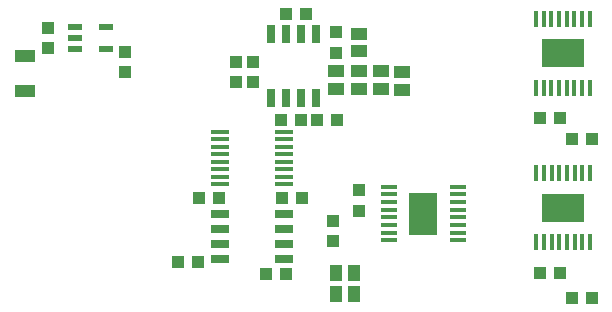
<source format=gbp>
G04*
G04 #@! TF.GenerationSoftware,Altium Limited,Altium Designer,18.1.9 (240)*
G04*
G04 Layer_Color=128*
%FSLAX44Y44*%
%MOMM*%
G71*
G01*
G75*
%ADD17R,1.0000X1.1000*%
%ADD23R,1.1000X1.4000*%
%ADD24R,1.1000X1.0000*%
%ADD80R,1.4000X1.1000*%
%ADD81R,0.6500X1.5250*%
%ADD82R,1.5250X0.6500*%
%ADD83R,1.5280X0.4350*%
%ADD84R,2.4600X3.5500*%
%ADD85R,1.4750X0.4500*%
%ADD86R,3.5500X2.4600*%
%ADD87R,0.4500X1.4750*%
%ADD88R,1.2200X0.6000*%
%ADD89R,1.7500X1.1400*%
D17*
X327000Y186350D02*
D03*
X344000D02*
D03*
X317300Y276350D02*
D03*
X300300D02*
D03*
X296500Y186350D02*
D03*
X313500D02*
D03*
X209000Y66000D02*
D03*
X226000D02*
D03*
X283500Y55500D02*
D03*
X300500D02*
D03*
X314500Y120500D02*
D03*
X297500D02*
D03*
X244000Y120000D02*
D03*
X227000D02*
D03*
X559750Y35500D02*
D03*
X542750D02*
D03*
X532650Y56907D02*
D03*
X515650D02*
D03*
X559500Y169750D02*
D03*
X542500D02*
D03*
X532400Y187750D02*
D03*
X515400D02*
D03*
D23*
X343000Y39000D02*
D03*
X358000D02*
D03*
Y57000D02*
D03*
X343000D02*
D03*
D24*
X343000Y243350D02*
D03*
Y260350D02*
D03*
X273000Y218350D02*
D03*
Y235350D02*
D03*
X258000Y218350D02*
D03*
Y235350D02*
D03*
X340000Y83500D02*
D03*
Y100500D02*
D03*
X362000Y109600D02*
D03*
Y126600D02*
D03*
X164000Y227000D02*
D03*
Y244000D02*
D03*
X99000Y264500D02*
D03*
Y247500D02*
D03*
D80*
X381000Y227350D02*
D03*
Y212350D02*
D03*
X399000Y226500D02*
D03*
Y211500D02*
D03*
X343000Y227350D02*
D03*
Y212350D02*
D03*
X362000Y227350D02*
D03*
Y212350D02*
D03*
Y244350D02*
D03*
Y259350D02*
D03*
D81*
X325700Y205110D02*
D03*
X313000D02*
D03*
X300300D02*
D03*
X287600D02*
D03*
Y259350D02*
D03*
X300300D02*
D03*
X313000D02*
D03*
X325700D02*
D03*
D82*
X244880Y68950D02*
D03*
Y81650D02*
D03*
Y94350D02*
D03*
Y107050D02*
D03*
X299120D02*
D03*
Y94350D02*
D03*
Y81650D02*
D03*
Y68950D02*
D03*
D83*
X299110Y131780D02*
D03*
Y138120D02*
D03*
Y144480D02*
D03*
Y150820D02*
D03*
Y157180D02*
D03*
Y163520D02*
D03*
Y169880D02*
D03*
Y176220D02*
D03*
X244890D02*
D03*
Y169880D02*
D03*
Y163520D02*
D03*
Y157180D02*
D03*
Y150820D02*
D03*
Y144480D02*
D03*
Y138120D02*
D03*
Y131780D02*
D03*
D84*
X416820Y107000D02*
D03*
D85*
X387440Y129750D02*
D03*
Y123250D02*
D03*
Y116750D02*
D03*
Y110250D02*
D03*
Y103750D02*
D03*
Y97250D02*
D03*
Y90750D02*
D03*
Y84250D02*
D03*
X446200D02*
D03*
Y90750D02*
D03*
Y97250D02*
D03*
Y103750D02*
D03*
Y110250D02*
D03*
Y116750D02*
D03*
Y123250D02*
D03*
Y129750D02*
D03*
D86*
X535250Y112120D02*
D03*
X535000Y242750D02*
D03*
D87*
X512500Y82740D02*
D03*
X519000D02*
D03*
X525500D02*
D03*
X532000D02*
D03*
X538500D02*
D03*
X545000D02*
D03*
X551500D02*
D03*
X558000D02*
D03*
Y141500D02*
D03*
X551500D02*
D03*
X545000D02*
D03*
X538500D02*
D03*
X532000D02*
D03*
X525500D02*
D03*
X519000D02*
D03*
X512500D02*
D03*
X512250Y213370D02*
D03*
X518750D02*
D03*
X525250D02*
D03*
X531750D02*
D03*
X538250D02*
D03*
X544750D02*
D03*
X551250D02*
D03*
X557750D02*
D03*
Y272130D02*
D03*
X551250D02*
D03*
X544750D02*
D03*
X538250D02*
D03*
X531750D02*
D03*
X525250D02*
D03*
X518750D02*
D03*
X512250D02*
D03*
D88*
X122000Y246140D02*
D03*
Y255640D02*
D03*
Y265140D02*
D03*
X148200D02*
D03*
Y246140D02*
D03*
D89*
X79500Y240550D02*
D03*
Y210950D02*
D03*
M02*

</source>
